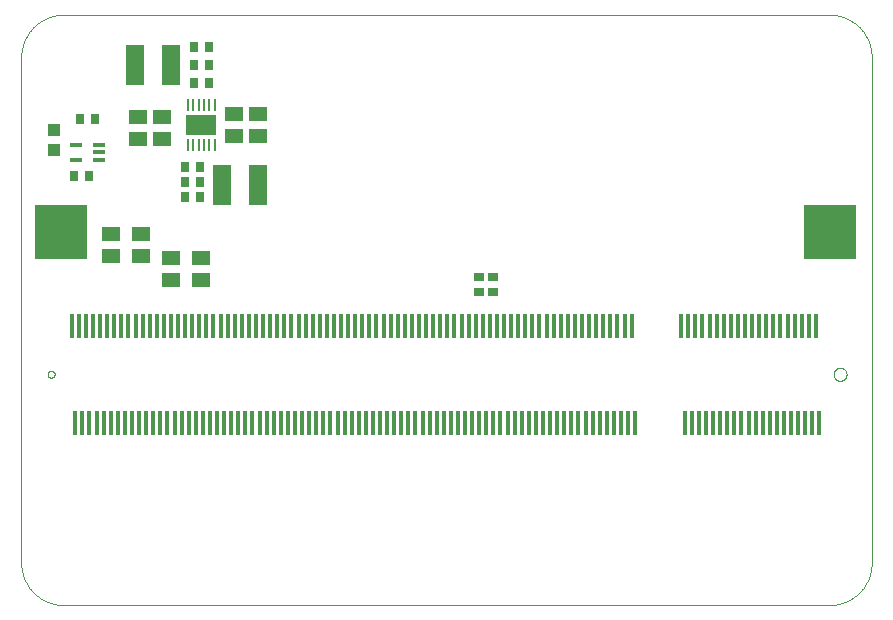
<source format=gbp>
G75*
%MOIN*%
%OFA0B0*%
%FSLAX25Y25*%
%IPPOS*%
%LPD*%
%AMOC8*
5,1,8,0,0,1.08239X$1,22.5*
%
%ADD10C,0.00000*%
%ADD11R,0.01378X0.07874*%
%ADD12R,0.17717X0.18110*%
%ADD13R,0.00984X0.03937*%
%ADD14R,0.09843X0.06693*%
%ADD15R,0.04400X0.01400*%
%ADD16R,0.05906X0.13780*%
%ADD17R,0.02756X0.03543*%
%ADD18R,0.05906X0.05118*%
%ADD19R,0.03937X0.04331*%
%ADD20R,0.03543X0.02756*%
D10*
X0015673Y0001500D02*
X0270791Y0001500D01*
X0271133Y0001504D01*
X0271476Y0001517D01*
X0271818Y0001537D01*
X0272159Y0001566D01*
X0272499Y0001603D01*
X0272839Y0001649D01*
X0273177Y0001702D01*
X0273514Y0001764D01*
X0273849Y0001834D01*
X0274183Y0001912D01*
X0274514Y0001998D01*
X0274844Y0002092D01*
X0275171Y0002194D01*
X0275495Y0002303D01*
X0275817Y0002421D01*
X0276136Y0002546D01*
X0276451Y0002679D01*
X0276764Y0002820D01*
X0277072Y0002968D01*
X0277378Y0003123D01*
X0277679Y0003286D01*
X0277976Y0003456D01*
X0278269Y0003633D01*
X0278558Y0003818D01*
X0278842Y0004009D01*
X0279122Y0004207D01*
X0279396Y0004411D01*
X0279666Y0004623D01*
X0279930Y0004840D01*
X0280189Y0005064D01*
X0280443Y0005295D01*
X0280691Y0005531D01*
X0280933Y0005773D01*
X0281169Y0006021D01*
X0281400Y0006275D01*
X0281624Y0006534D01*
X0281841Y0006798D01*
X0282053Y0007068D01*
X0282257Y0007342D01*
X0282455Y0007622D01*
X0282646Y0007906D01*
X0282831Y0008195D01*
X0283008Y0008488D01*
X0283178Y0008785D01*
X0283341Y0009086D01*
X0283496Y0009392D01*
X0283644Y0009700D01*
X0283785Y0010013D01*
X0283918Y0010328D01*
X0284043Y0010647D01*
X0284161Y0010969D01*
X0284270Y0011293D01*
X0284372Y0011620D01*
X0284466Y0011950D01*
X0284552Y0012281D01*
X0284630Y0012615D01*
X0284700Y0012950D01*
X0284762Y0013287D01*
X0284815Y0013625D01*
X0284861Y0013965D01*
X0284898Y0014305D01*
X0284927Y0014646D01*
X0284947Y0014988D01*
X0284960Y0015331D01*
X0284964Y0015673D01*
X0284965Y0015673D02*
X0284965Y0184177D01*
X0284964Y0184177D02*
X0284960Y0184519D01*
X0284947Y0184862D01*
X0284927Y0185204D01*
X0284898Y0185545D01*
X0284861Y0185885D01*
X0284815Y0186225D01*
X0284762Y0186563D01*
X0284700Y0186900D01*
X0284630Y0187235D01*
X0284552Y0187569D01*
X0284466Y0187900D01*
X0284372Y0188230D01*
X0284270Y0188557D01*
X0284161Y0188881D01*
X0284043Y0189203D01*
X0283918Y0189522D01*
X0283785Y0189837D01*
X0283644Y0190150D01*
X0283496Y0190458D01*
X0283341Y0190764D01*
X0283178Y0191065D01*
X0283008Y0191362D01*
X0282831Y0191655D01*
X0282646Y0191944D01*
X0282455Y0192228D01*
X0282257Y0192508D01*
X0282053Y0192782D01*
X0281841Y0193052D01*
X0281624Y0193316D01*
X0281400Y0193575D01*
X0281169Y0193829D01*
X0280933Y0194077D01*
X0280691Y0194319D01*
X0280443Y0194555D01*
X0280189Y0194786D01*
X0279930Y0195010D01*
X0279666Y0195227D01*
X0279396Y0195439D01*
X0279122Y0195643D01*
X0278842Y0195841D01*
X0278558Y0196032D01*
X0278269Y0196217D01*
X0277976Y0196394D01*
X0277679Y0196564D01*
X0277378Y0196727D01*
X0277072Y0196882D01*
X0276764Y0197030D01*
X0276451Y0197171D01*
X0276136Y0197304D01*
X0275817Y0197429D01*
X0275495Y0197547D01*
X0275171Y0197656D01*
X0274844Y0197758D01*
X0274514Y0197852D01*
X0274183Y0197938D01*
X0273849Y0198016D01*
X0273514Y0198086D01*
X0273177Y0198148D01*
X0272839Y0198201D01*
X0272499Y0198247D01*
X0272159Y0198284D01*
X0271818Y0198313D01*
X0271476Y0198333D01*
X0271133Y0198346D01*
X0270791Y0198350D01*
X0015673Y0198350D01*
X0015331Y0198346D01*
X0014988Y0198333D01*
X0014646Y0198313D01*
X0014305Y0198284D01*
X0013965Y0198247D01*
X0013625Y0198201D01*
X0013287Y0198148D01*
X0012950Y0198086D01*
X0012615Y0198016D01*
X0012281Y0197938D01*
X0011950Y0197852D01*
X0011620Y0197758D01*
X0011293Y0197656D01*
X0010969Y0197547D01*
X0010647Y0197429D01*
X0010328Y0197304D01*
X0010013Y0197171D01*
X0009700Y0197030D01*
X0009392Y0196882D01*
X0009086Y0196727D01*
X0008785Y0196564D01*
X0008488Y0196394D01*
X0008195Y0196217D01*
X0007906Y0196032D01*
X0007622Y0195841D01*
X0007342Y0195643D01*
X0007068Y0195439D01*
X0006798Y0195227D01*
X0006534Y0195010D01*
X0006275Y0194786D01*
X0006021Y0194555D01*
X0005773Y0194319D01*
X0005531Y0194077D01*
X0005295Y0193829D01*
X0005064Y0193575D01*
X0004840Y0193316D01*
X0004623Y0193052D01*
X0004411Y0192782D01*
X0004207Y0192508D01*
X0004009Y0192228D01*
X0003818Y0191944D01*
X0003633Y0191655D01*
X0003456Y0191362D01*
X0003286Y0191065D01*
X0003123Y0190764D01*
X0002968Y0190458D01*
X0002820Y0190150D01*
X0002679Y0189837D01*
X0002546Y0189522D01*
X0002421Y0189203D01*
X0002303Y0188881D01*
X0002194Y0188557D01*
X0002092Y0188230D01*
X0001998Y0187900D01*
X0001912Y0187569D01*
X0001834Y0187235D01*
X0001764Y0186900D01*
X0001702Y0186563D01*
X0001649Y0186225D01*
X0001603Y0185885D01*
X0001566Y0185545D01*
X0001537Y0185204D01*
X0001517Y0184862D01*
X0001504Y0184519D01*
X0001500Y0184177D01*
X0001500Y0015673D01*
X0001504Y0015331D01*
X0001517Y0014988D01*
X0001537Y0014646D01*
X0001566Y0014305D01*
X0001603Y0013965D01*
X0001649Y0013625D01*
X0001702Y0013287D01*
X0001764Y0012950D01*
X0001834Y0012615D01*
X0001912Y0012281D01*
X0001998Y0011950D01*
X0002092Y0011620D01*
X0002194Y0011293D01*
X0002303Y0010969D01*
X0002421Y0010647D01*
X0002546Y0010328D01*
X0002679Y0010013D01*
X0002820Y0009700D01*
X0002968Y0009392D01*
X0003123Y0009086D01*
X0003286Y0008785D01*
X0003456Y0008488D01*
X0003633Y0008195D01*
X0003818Y0007906D01*
X0004009Y0007622D01*
X0004207Y0007342D01*
X0004411Y0007068D01*
X0004623Y0006798D01*
X0004840Y0006534D01*
X0005064Y0006275D01*
X0005295Y0006021D01*
X0005531Y0005773D01*
X0005773Y0005531D01*
X0006021Y0005295D01*
X0006275Y0005064D01*
X0006534Y0004840D01*
X0006798Y0004623D01*
X0007068Y0004411D01*
X0007342Y0004207D01*
X0007622Y0004009D01*
X0007906Y0003818D01*
X0008195Y0003633D01*
X0008488Y0003456D01*
X0008785Y0003286D01*
X0009086Y0003123D01*
X0009392Y0002968D01*
X0009700Y0002820D01*
X0010013Y0002679D01*
X0010328Y0002546D01*
X0010647Y0002421D01*
X0010969Y0002303D01*
X0011293Y0002194D01*
X0011620Y0002092D01*
X0011950Y0001998D01*
X0012281Y0001912D01*
X0012615Y0001834D01*
X0012950Y0001764D01*
X0013287Y0001702D01*
X0013625Y0001649D01*
X0013965Y0001603D01*
X0014305Y0001566D01*
X0014646Y0001537D01*
X0014988Y0001517D01*
X0015331Y0001504D01*
X0015673Y0001500D01*
X0010260Y0078500D02*
X0010262Y0078569D01*
X0010268Y0078637D01*
X0010278Y0078705D01*
X0010292Y0078772D01*
X0010310Y0078839D01*
X0010331Y0078904D01*
X0010357Y0078968D01*
X0010386Y0079030D01*
X0010418Y0079090D01*
X0010454Y0079149D01*
X0010494Y0079205D01*
X0010536Y0079259D01*
X0010582Y0079310D01*
X0010631Y0079359D01*
X0010682Y0079405D01*
X0010736Y0079447D01*
X0010792Y0079487D01*
X0010850Y0079523D01*
X0010911Y0079555D01*
X0010973Y0079584D01*
X0011037Y0079610D01*
X0011102Y0079631D01*
X0011169Y0079649D01*
X0011236Y0079663D01*
X0011304Y0079673D01*
X0011372Y0079679D01*
X0011441Y0079681D01*
X0011510Y0079679D01*
X0011578Y0079673D01*
X0011646Y0079663D01*
X0011713Y0079649D01*
X0011780Y0079631D01*
X0011845Y0079610D01*
X0011909Y0079584D01*
X0011971Y0079555D01*
X0012031Y0079523D01*
X0012090Y0079487D01*
X0012146Y0079447D01*
X0012200Y0079405D01*
X0012251Y0079359D01*
X0012300Y0079310D01*
X0012346Y0079259D01*
X0012388Y0079205D01*
X0012428Y0079149D01*
X0012464Y0079090D01*
X0012496Y0079030D01*
X0012525Y0078968D01*
X0012551Y0078904D01*
X0012572Y0078839D01*
X0012590Y0078772D01*
X0012604Y0078705D01*
X0012614Y0078637D01*
X0012620Y0078569D01*
X0012622Y0078500D01*
X0012620Y0078431D01*
X0012614Y0078363D01*
X0012604Y0078295D01*
X0012590Y0078228D01*
X0012572Y0078161D01*
X0012551Y0078096D01*
X0012525Y0078032D01*
X0012496Y0077970D01*
X0012464Y0077909D01*
X0012428Y0077851D01*
X0012388Y0077795D01*
X0012346Y0077741D01*
X0012300Y0077690D01*
X0012251Y0077641D01*
X0012200Y0077595D01*
X0012146Y0077553D01*
X0012090Y0077513D01*
X0012032Y0077477D01*
X0011971Y0077445D01*
X0011909Y0077416D01*
X0011845Y0077390D01*
X0011780Y0077369D01*
X0011713Y0077351D01*
X0011646Y0077337D01*
X0011578Y0077327D01*
X0011510Y0077321D01*
X0011441Y0077319D01*
X0011372Y0077321D01*
X0011304Y0077327D01*
X0011236Y0077337D01*
X0011169Y0077351D01*
X0011102Y0077369D01*
X0011037Y0077390D01*
X0010973Y0077416D01*
X0010911Y0077445D01*
X0010850Y0077477D01*
X0010792Y0077513D01*
X0010736Y0077553D01*
X0010682Y0077595D01*
X0010631Y0077641D01*
X0010582Y0077690D01*
X0010536Y0077741D01*
X0010494Y0077795D01*
X0010454Y0077851D01*
X0010418Y0077909D01*
X0010386Y0077970D01*
X0010357Y0078032D01*
X0010331Y0078096D01*
X0010310Y0078161D01*
X0010292Y0078228D01*
X0010278Y0078295D01*
X0010268Y0078363D01*
X0010262Y0078431D01*
X0010260Y0078500D01*
X0272268Y0078500D02*
X0272270Y0078593D01*
X0272276Y0078685D01*
X0272286Y0078777D01*
X0272300Y0078868D01*
X0272317Y0078959D01*
X0272339Y0079049D01*
X0272364Y0079138D01*
X0272393Y0079226D01*
X0272426Y0079312D01*
X0272463Y0079397D01*
X0272503Y0079481D01*
X0272547Y0079562D01*
X0272594Y0079642D01*
X0272644Y0079720D01*
X0272698Y0079795D01*
X0272755Y0079868D01*
X0272815Y0079938D01*
X0272878Y0080006D01*
X0272944Y0080071D01*
X0273012Y0080133D01*
X0273083Y0080193D01*
X0273157Y0080249D01*
X0273233Y0080302D01*
X0273311Y0080351D01*
X0273391Y0080398D01*
X0273473Y0080440D01*
X0273557Y0080480D01*
X0273642Y0080515D01*
X0273729Y0080547D01*
X0273817Y0080576D01*
X0273906Y0080600D01*
X0273996Y0080621D01*
X0274087Y0080637D01*
X0274179Y0080650D01*
X0274271Y0080659D01*
X0274364Y0080664D01*
X0274456Y0080665D01*
X0274549Y0080662D01*
X0274641Y0080655D01*
X0274733Y0080644D01*
X0274824Y0080629D01*
X0274915Y0080611D01*
X0275005Y0080588D01*
X0275093Y0080562D01*
X0275181Y0080532D01*
X0275267Y0080498D01*
X0275351Y0080461D01*
X0275434Y0080419D01*
X0275515Y0080375D01*
X0275595Y0080327D01*
X0275672Y0080276D01*
X0275746Y0080221D01*
X0275819Y0080163D01*
X0275889Y0080103D01*
X0275956Y0080039D01*
X0276020Y0079973D01*
X0276082Y0079903D01*
X0276140Y0079832D01*
X0276195Y0079758D01*
X0276247Y0079681D01*
X0276296Y0079602D01*
X0276342Y0079522D01*
X0276384Y0079439D01*
X0276422Y0079355D01*
X0276457Y0079269D01*
X0276488Y0079182D01*
X0276515Y0079094D01*
X0276538Y0079004D01*
X0276558Y0078914D01*
X0276574Y0078823D01*
X0276586Y0078731D01*
X0276594Y0078639D01*
X0276598Y0078546D01*
X0276598Y0078454D01*
X0276594Y0078361D01*
X0276586Y0078269D01*
X0276574Y0078177D01*
X0276558Y0078086D01*
X0276538Y0077996D01*
X0276515Y0077906D01*
X0276488Y0077818D01*
X0276457Y0077731D01*
X0276422Y0077645D01*
X0276384Y0077561D01*
X0276342Y0077478D01*
X0276296Y0077398D01*
X0276247Y0077319D01*
X0276195Y0077242D01*
X0276140Y0077168D01*
X0276082Y0077097D01*
X0276020Y0077027D01*
X0275956Y0076961D01*
X0275889Y0076897D01*
X0275819Y0076837D01*
X0275746Y0076779D01*
X0275672Y0076724D01*
X0275595Y0076673D01*
X0275516Y0076625D01*
X0275434Y0076581D01*
X0275351Y0076539D01*
X0275267Y0076502D01*
X0275181Y0076468D01*
X0275093Y0076438D01*
X0275005Y0076412D01*
X0274915Y0076389D01*
X0274824Y0076371D01*
X0274733Y0076356D01*
X0274641Y0076345D01*
X0274549Y0076338D01*
X0274456Y0076335D01*
X0274364Y0076336D01*
X0274271Y0076341D01*
X0274179Y0076350D01*
X0274087Y0076363D01*
X0273996Y0076379D01*
X0273906Y0076400D01*
X0273817Y0076424D01*
X0273729Y0076453D01*
X0273642Y0076485D01*
X0273557Y0076520D01*
X0273473Y0076560D01*
X0273391Y0076602D01*
X0273311Y0076649D01*
X0273233Y0076698D01*
X0273157Y0076751D01*
X0273083Y0076807D01*
X0273012Y0076867D01*
X0272944Y0076929D01*
X0272878Y0076994D01*
X0272815Y0077062D01*
X0272755Y0077132D01*
X0272698Y0077205D01*
X0272644Y0077280D01*
X0272594Y0077358D01*
X0272547Y0077438D01*
X0272503Y0077519D01*
X0272463Y0077603D01*
X0272426Y0077688D01*
X0272393Y0077774D01*
X0272364Y0077862D01*
X0272339Y0077951D01*
X0272317Y0078041D01*
X0272300Y0078132D01*
X0272286Y0078223D01*
X0272276Y0078315D01*
X0272270Y0078407D01*
X0272268Y0078500D01*
D11*
X0267543Y0062358D03*
X0265181Y0062358D03*
X0262819Y0062358D03*
X0260457Y0062358D03*
X0258094Y0062358D03*
X0255732Y0062358D03*
X0253370Y0062358D03*
X0251008Y0062358D03*
X0248646Y0062358D03*
X0246283Y0062358D03*
X0243921Y0062358D03*
X0241559Y0062358D03*
X0239197Y0062358D03*
X0236835Y0062358D03*
X0234472Y0062358D03*
X0232110Y0062358D03*
X0229748Y0062358D03*
X0227386Y0062358D03*
X0225024Y0062358D03*
X0222661Y0062358D03*
X0206126Y0062358D03*
X0203764Y0062358D03*
X0201402Y0062358D03*
X0199039Y0062358D03*
X0196677Y0062358D03*
X0194315Y0062358D03*
X0191953Y0062358D03*
X0189591Y0062358D03*
X0187228Y0062358D03*
X0184866Y0062358D03*
X0182504Y0062358D03*
X0180142Y0062358D03*
X0177780Y0062358D03*
X0175417Y0062358D03*
X0173055Y0062358D03*
X0170693Y0062358D03*
X0168331Y0062358D03*
X0165969Y0062358D03*
X0163606Y0062358D03*
X0161244Y0062358D03*
X0158882Y0062358D03*
X0156520Y0062358D03*
X0154157Y0062358D03*
X0151795Y0062358D03*
X0149433Y0062358D03*
X0147071Y0062358D03*
X0144709Y0062358D03*
X0142346Y0062358D03*
X0139984Y0062358D03*
X0137622Y0062358D03*
X0135260Y0062358D03*
X0132898Y0062358D03*
X0130535Y0062358D03*
X0128173Y0062358D03*
X0125811Y0062358D03*
X0123449Y0062358D03*
X0121087Y0062358D03*
X0118724Y0062358D03*
X0116362Y0062358D03*
X0114000Y0062358D03*
X0111638Y0062358D03*
X0109276Y0062358D03*
X0106913Y0062358D03*
X0104551Y0062358D03*
X0102189Y0062358D03*
X0099827Y0062358D03*
X0097465Y0062358D03*
X0095102Y0062358D03*
X0092740Y0062358D03*
X0090378Y0062358D03*
X0088016Y0062358D03*
X0085654Y0062358D03*
X0083291Y0062358D03*
X0080929Y0062358D03*
X0078567Y0062358D03*
X0076205Y0062358D03*
X0073843Y0062358D03*
X0071480Y0062358D03*
X0069118Y0062358D03*
X0066756Y0062358D03*
X0064394Y0062358D03*
X0062031Y0062358D03*
X0059669Y0062358D03*
X0057307Y0062358D03*
X0054945Y0062358D03*
X0052583Y0062358D03*
X0050220Y0062358D03*
X0047858Y0062358D03*
X0045496Y0062358D03*
X0043134Y0062358D03*
X0040772Y0062358D03*
X0038409Y0062358D03*
X0036047Y0062358D03*
X0033685Y0062358D03*
X0031323Y0062358D03*
X0028961Y0062358D03*
X0026598Y0062358D03*
X0024236Y0062358D03*
X0021874Y0062358D03*
X0019512Y0062358D03*
X0020693Y0094642D03*
X0023055Y0094642D03*
X0025417Y0094642D03*
X0027780Y0094642D03*
X0030142Y0094642D03*
X0032504Y0094642D03*
X0034866Y0094642D03*
X0037228Y0094642D03*
X0039591Y0094642D03*
X0041953Y0094642D03*
X0044315Y0094642D03*
X0046677Y0094642D03*
X0049039Y0094642D03*
X0051402Y0094642D03*
X0053764Y0094642D03*
X0056126Y0094642D03*
X0058488Y0094642D03*
X0060850Y0094642D03*
X0063213Y0094642D03*
X0065575Y0094642D03*
X0067937Y0094642D03*
X0070299Y0094642D03*
X0072661Y0094642D03*
X0075024Y0094642D03*
X0077386Y0094642D03*
X0079748Y0094642D03*
X0082110Y0094642D03*
X0084472Y0094642D03*
X0086835Y0094642D03*
X0089197Y0094642D03*
X0091559Y0094642D03*
X0093921Y0094642D03*
X0096283Y0094642D03*
X0098646Y0094642D03*
X0101008Y0094642D03*
X0103370Y0094642D03*
X0105732Y0094642D03*
X0108094Y0094642D03*
X0110457Y0094642D03*
X0112819Y0094642D03*
X0115181Y0094642D03*
X0117543Y0094642D03*
X0119906Y0094642D03*
X0122268Y0094642D03*
X0124630Y0094642D03*
X0126992Y0094642D03*
X0129354Y0094642D03*
X0131717Y0094642D03*
X0134079Y0094642D03*
X0136441Y0094642D03*
X0138803Y0094642D03*
X0141165Y0094642D03*
X0143528Y0094642D03*
X0145890Y0094642D03*
X0148252Y0094642D03*
X0150614Y0094642D03*
X0152976Y0094642D03*
X0155339Y0094642D03*
X0157701Y0094642D03*
X0160063Y0094642D03*
X0162425Y0094642D03*
X0164787Y0094642D03*
X0167150Y0094642D03*
X0169512Y0094642D03*
X0171874Y0094642D03*
X0174236Y0094642D03*
X0176598Y0094642D03*
X0178961Y0094642D03*
X0181323Y0094642D03*
X0183685Y0094642D03*
X0186047Y0094642D03*
X0188409Y0094642D03*
X0190772Y0094642D03*
X0193134Y0094642D03*
X0195496Y0094642D03*
X0197858Y0094642D03*
X0200220Y0094642D03*
X0202583Y0094642D03*
X0204945Y0094642D03*
X0221480Y0094642D03*
X0223843Y0094642D03*
X0226205Y0094642D03*
X0228567Y0094642D03*
X0230929Y0094642D03*
X0233291Y0094642D03*
X0235654Y0094642D03*
X0238016Y0094642D03*
X0240378Y0094642D03*
X0242740Y0094642D03*
X0245102Y0094642D03*
X0247465Y0094642D03*
X0249827Y0094642D03*
X0252189Y0094642D03*
X0254551Y0094642D03*
X0256913Y0094642D03*
X0259276Y0094642D03*
X0261638Y0094642D03*
X0264000Y0094642D03*
X0266362Y0094642D03*
X0018331Y0094642D03*
D12*
X0014787Y0125744D03*
X0271087Y0125744D03*
D13*
X0065929Y0154807D03*
X0064157Y0154807D03*
X0062386Y0154807D03*
X0060614Y0154807D03*
X0058843Y0154807D03*
X0057071Y0154807D03*
X0057071Y0168193D03*
X0058843Y0168193D03*
X0060614Y0168193D03*
X0062386Y0168193D03*
X0064157Y0168193D03*
X0065929Y0168193D03*
D14*
X0061500Y0161500D03*
D15*
X0027300Y0155059D03*
X0027300Y0152500D03*
X0027300Y0149941D03*
X0019700Y0149941D03*
X0019700Y0155059D03*
D16*
X0039496Y0181500D03*
X0051504Y0181500D03*
X0068496Y0141500D03*
X0080504Y0141500D03*
D17*
X0061059Y0142500D03*
X0061059Y0147500D03*
X0055941Y0147500D03*
X0055941Y0142500D03*
X0055941Y0137500D03*
X0061059Y0137500D03*
X0024059Y0144500D03*
X0018941Y0144500D03*
X0020941Y0163500D03*
X0026059Y0163500D03*
X0058941Y0175500D03*
X0064059Y0175500D03*
X0064059Y0181500D03*
X0058941Y0181500D03*
X0058941Y0187500D03*
X0064059Y0187500D03*
D18*
X0072500Y0165240D03*
X0080500Y0165240D03*
X0080500Y0157760D03*
X0072500Y0157760D03*
X0048500Y0156760D03*
X0040500Y0156760D03*
X0040500Y0164240D03*
X0048500Y0164240D03*
X0041500Y0125240D03*
X0041500Y0117760D03*
X0051500Y0117240D03*
X0051500Y0109760D03*
X0061500Y0109760D03*
X0061500Y0117240D03*
X0031500Y0117760D03*
X0031500Y0125240D03*
D19*
X0012500Y0153154D03*
X0012500Y0159846D03*
D20*
X0154200Y0111059D03*
X0158800Y0111059D03*
X0158800Y0105941D03*
X0154200Y0105941D03*
M02*

</source>
